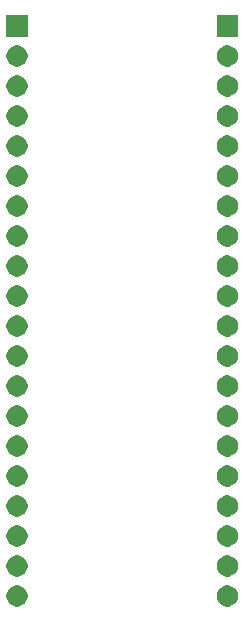
<source format=gbr>
G04 #@! TF.GenerationSoftware,KiCad,Pcbnew,(5.1.5-0-10_14)*
G04 #@! TF.CreationDate,2020-04-30T13:13:03+04:00*
G04 #@! TF.ProjectId,E73-2G4M04S1B-Breakout,4537332d-3247-4344-9d30-345331422d42,A1*
G04 #@! TF.SameCoordinates,Original*
G04 #@! TF.FileFunction,Soldermask,Bot*
G04 #@! TF.FilePolarity,Negative*
%FSLAX46Y46*%
G04 Gerber Fmt 4.6, Leading zero omitted, Abs format (unit mm)*
G04 Created by KiCad (PCBNEW (5.1.5-0-10_14)) date 2020-04-30 13:13:03*
%MOMM*%
%LPD*%
G04 APERTURE LIST*
%ADD10C,0.100000*%
G04 APERTURE END LIST*
D10*
G36*
X161613512Y-142063927D02*
G01*
X161762812Y-142093624D01*
X161926784Y-142161544D01*
X162074354Y-142260147D01*
X162199853Y-142385646D01*
X162298456Y-142533216D01*
X162366376Y-142697188D01*
X162401000Y-142871259D01*
X162401000Y-143048741D01*
X162366376Y-143222812D01*
X162298456Y-143386784D01*
X162199853Y-143534354D01*
X162074354Y-143659853D01*
X161926784Y-143758456D01*
X161762812Y-143826376D01*
X161613512Y-143856073D01*
X161588742Y-143861000D01*
X161411258Y-143861000D01*
X161386488Y-143856073D01*
X161237188Y-143826376D01*
X161073216Y-143758456D01*
X160925646Y-143659853D01*
X160800147Y-143534354D01*
X160701544Y-143386784D01*
X160633624Y-143222812D01*
X160599000Y-143048741D01*
X160599000Y-142871259D01*
X160633624Y-142697188D01*
X160701544Y-142533216D01*
X160800147Y-142385646D01*
X160925646Y-142260147D01*
X161073216Y-142161544D01*
X161237188Y-142093624D01*
X161386488Y-142063927D01*
X161411258Y-142059000D01*
X161588742Y-142059000D01*
X161613512Y-142063927D01*
G37*
G36*
X143813512Y-142063927D02*
G01*
X143962812Y-142093624D01*
X144126784Y-142161544D01*
X144274354Y-142260147D01*
X144399853Y-142385646D01*
X144498456Y-142533216D01*
X144566376Y-142697188D01*
X144601000Y-142871259D01*
X144601000Y-143048741D01*
X144566376Y-143222812D01*
X144498456Y-143386784D01*
X144399853Y-143534354D01*
X144274354Y-143659853D01*
X144126784Y-143758456D01*
X143962812Y-143826376D01*
X143813512Y-143856073D01*
X143788742Y-143861000D01*
X143611258Y-143861000D01*
X143586488Y-143856073D01*
X143437188Y-143826376D01*
X143273216Y-143758456D01*
X143125646Y-143659853D01*
X143000147Y-143534354D01*
X142901544Y-143386784D01*
X142833624Y-143222812D01*
X142799000Y-143048741D01*
X142799000Y-142871259D01*
X142833624Y-142697188D01*
X142901544Y-142533216D01*
X143000147Y-142385646D01*
X143125646Y-142260147D01*
X143273216Y-142161544D01*
X143437188Y-142093624D01*
X143586488Y-142063927D01*
X143611258Y-142059000D01*
X143788742Y-142059000D01*
X143813512Y-142063927D01*
G37*
G36*
X161613512Y-139523927D02*
G01*
X161762812Y-139553624D01*
X161926784Y-139621544D01*
X162074354Y-139720147D01*
X162199853Y-139845646D01*
X162298456Y-139993216D01*
X162366376Y-140157188D01*
X162401000Y-140331259D01*
X162401000Y-140508741D01*
X162366376Y-140682812D01*
X162298456Y-140846784D01*
X162199853Y-140994354D01*
X162074354Y-141119853D01*
X161926784Y-141218456D01*
X161762812Y-141286376D01*
X161613512Y-141316073D01*
X161588742Y-141321000D01*
X161411258Y-141321000D01*
X161386488Y-141316073D01*
X161237188Y-141286376D01*
X161073216Y-141218456D01*
X160925646Y-141119853D01*
X160800147Y-140994354D01*
X160701544Y-140846784D01*
X160633624Y-140682812D01*
X160599000Y-140508741D01*
X160599000Y-140331259D01*
X160633624Y-140157188D01*
X160701544Y-139993216D01*
X160800147Y-139845646D01*
X160925646Y-139720147D01*
X161073216Y-139621544D01*
X161237188Y-139553624D01*
X161386488Y-139523927D01*
X161411258Y-139519000D01*
X161588742Y-139519000D01*
X161613512Y-139523927D01*
G37*
G36*
X143813512Y-139523927D02*
G01*
X143962812Y-139553624D01*
X144126784Y-139621544D01*
X144274354Y-139720147D01*
X144399853Y-139845646D01*
X144498456Y-139993216D01*
X144566376Y-140157188D01*
X144601000Y-140331259D01*
X144601000Y-140508741D01*
X144566376Y-140682812D01*
X144498456Y-140846784D01*
X144399853Y-140994354D01*
X144274354Y-141119853D01*
X144126784Y-141218456D01*
X143962812Y-141286376D01*
X143813512Y-141316073D01*
X143788742Y-141321000D01*
X143611258Y-141321000D01*
X143586488Y-141316073D01*
X143437188Y-141286376D01*
X143273216Y-141218456D01*
X143125646Y-141119853D01*
X143000147Y-140994354D01*
X142901544Y-140846784D01*
X142833624Y-140682812D01*
X142799000Y-140508741D01*
X142799000Y-140331259D01*
X142833624Y-140157188D01*
X142901544Y-139993216D01*
X143000147Y-139845646D01*
X143125646Y-139720147D01*
X143273216Y-139621544D01*
X143437188Y-139553624D01*
X143586488Y-139523927D01*
X143611258Y-139519000D01*
X143788742Y-139519000D01*
X143813512Y-139523927D01*
G37*
G36*
X161613512Y-136983927D02*
G01*
X161762812Y-137013624D01*
X161926784Y-137081544D01*
X162074354Y-137180147D01*
X162199853Y-137305646D01*
X162298456Y-137453216D01*
X162366376Y-137617188D01*
X162401000Y-137791259D01*
X162401000Y-137968741D01*
X162366376Y-138142812D01*
X162298456Y-138306784D01*
X162199853Y-138454354D01*
X162074354Y-138579853D01*
X161926784Y-138678456D01*
X161762812Y-138746376D01*
X161613512Y-138776073D01*
X161588742Y-138781000D01*
X161411258Y-138781000D01*
X161386488Y-138776073D01*
X161237188Y-138746376D01*
X161073216Y-138678456D01*
X160925646Y-138579853D01*
X160800147Y-138454354D01*
X160701544Y-138306784D01*
X160633624Y-138142812D01*
X160599000Y-137968741D01*
X160599000Y-137791259D01*
X160633624Y-137617188D01*
X160701544Y-137453216D01*
X160800147Y-137305646D01*
X160925646Y-137180147D01*
X161073216Y-137081544D01*
X161237188Y-137013624D01*
X161386488Y-136983927D01*
X161411258Y-136979000D01*
X161588742Y-136979000D01*
X161613512Y-136983927D01*
G37*
G36*
X143813512Y-136983927D02*
G01*
X143962812Y-137013624D01*
X144126784Y-137081544D01*
X144274354Y-137180147D01*
X144399853Y-137305646D01*
X144498456Y-137453216D01*
X144566376Y-137617188D01*
X144601000Y-137791259D01*
X144601000Y-137968741D01*
X144566376Y-138142812D01*
X144498456Y-138306784D01*
X144399853Y-138454354D01*
X144274354Y-138579853D01*
X144126784Y-138678456D01*
X143962812Y-138746376D01*
X143813512Y-138776073D01*
X143788742Y-138781000D01*
X143611258Y-138781000D01*
X143586488Y-138776073D01*
X143437188Y-138746376D01*
X143273216Y-138678456D01*
X143125646Y-138579853D01*
X143000147Y-138454354D01*
X142901544Y-138306784D01*
X142833624Y-138142812D01*
X142799000Y-137968741D01*
X142799000Y-137791259D01*
X142833624Y-137617188D01*
X142901544Y-137453216D01*
X143000147Y-137305646D01*
X143125646Y-137180147D01*
X143273216Y-137081544D01*
X143437188Y-137013624D01*
X143586488Y-136983927D01*
X143611258Y-136979000D01*
X143788742Y-136979000D01*
X143813512Y-136983927D01*
G37*
G36*
X161613512Y-134443927D02*
G01*
X161762812Y-134473624D01*
X161926784Y-134541544D01*
X162074354Y-134640147D01*
X162199853Y-134765646D01*
X162298456Y-134913216D01*
X162366376Y-135077188D01*
X162401000Y-135251259D01*
X162401000Y-135428741D01*
X162366376Y-135602812D01*
X162298456Y-135766784D01*
X162199853Y-135914354D01*
X162074354Y-136039853D01*
X161926784Y-136138456D01*
X161762812Y-136206376D01*
X161613512Y-136236073D01*
X161588742Y-136241000D01*
X161411258Y-136241000D01*
X161386488Y-136236073D01*
X161237188Y-136206376D01*
X161073216Y-136138456D01*
X160925646Y-136039853D01*
X160800147Y-135914354D01*
X160701544Y-135766784D01*
X160633624Y-135602812D01*
X160599000Y-135428741D01*
X160599000Y-135251259D01*
X160633624Y-135077188D01*
X160701544Y-134913216D01*
X160800147Y-134765646D01*
X160925646Y-134640147D01*
X161073216Y-134541544D01*
X161237188Y-134473624D01*
X161386488Y-134443927D01*
X161411258Y-134439000D01*
X161588742Y-134439000D01*
X161613512Y-134443927D01*
G37*
G36*
X143813512Y-134443927D02*
G01*
X143962812Y-134473624D01*
X144126784Y-134541544D01*
X144274354Y-134640147D01*
X144399853Y-134765646D01*
X144498456Y-134913216D01*
X144566376Y-135077188D01*
X144601000Y-135251259D01*
X144601000Y-135428741D01*
X144566376Y-135602812D01*
X144498456Y-135766784D01*
X144399853Y-135914354D01*
X144274354Y-136039853D01*
X144126784Y-136138456D01*
X143962812Y-136206376D01*
X143813512Y-136236073D01*
X143788742Y-136241000D01*
X143611258Y-136241000D01*
X143586488Y-136236073D01*
X143437188Y-136206376D01*
X143273216Y-136138456D01*
X143125646Y-136039853D01*
X143000147Y-135914354D01*
X142901544Y-135766784D01*
X142833624Y-135602812D01*
X142799000Y-135428741D01*
X142799000Y-135251259D01*
X142833624Y-135077188D01*
X142901544Y-134913216D01*
X143000147Y-134765646D01*
X143125646Y-134640147D01*
X143273216Y-134541544D01*
X143437188Y-134473624D01*
X143586488Y-134443927D01*
X143611258Y-134439000D01*
X143788742Y-134439000D01*
X143813512Y-134443927D01*
G37*
G36*
X143813512Y-131903927D02*
G01*
X143962812Y-131933624D01*
X144126784Y-132001544D01*
X144274354Y-132100147D01*
X144399853Y-132225646D01*
X144498456Y-132373216D01*
X144566376Y-132537188D01*
X144601000Y-132711259D01*
X144601000Y-132888741D01*
X144566376Y-133062812D01*
X144498456Y-133226784D01*
X144399853Y-133374354D01*
X144274354Y-133499853D01*
X144126784Y-133598456D01*
X143962812Y-133666376D01*
X143813512Y-133696073D01*
X143788742Y-133701000D01*
X143611258Y-133701000D01*
X143586488Y-133696073D01*
X143437188Y-133666376D01*
X143273216Y-133598456D01*
X143125646Y-133499853D01*
X143000147Y-133374354D01*
X142901544Y-133226784D01*
X142833624Y-133062812D01*
X142799000Y-132888741D01*
X142799000Y-132711259D01*
X142833624Y-132537188D01*
X142901544Y-132373216D01*
X143000147Y-132225646D01*
X143125646Y-132100147D01*
X143273216Y-132001544D01*
X143437188Y-131933624D01*
X143586488Y-131903927D01*
X143611258Y-131899000D01*
X143788742Y-131899000D01*
X143813512Y-131903927D01*
G37*
G36*
X161613512Y-131903927D02*
G01*
X161762812Y-131933624D01*
X161926784Y-132001544D01*
X162074354Y-132100147D01*
X162199853Y-132225646D01*
X162298456Y-132373216D01*
X162366376Y-132537188D01*
X162401000Y-132711259D01*
X162401000Y-132888741D01*
X162366376Y-133062812D01*
X162298456Y-133226784D01*
X162199853Y-133374354D01*
X162074354Y-133499853D01*
X161926784Y-133598456D01*
X161762812Y-133666376D01*
X161613512Y-133696073D01*
X161588742Y-133701000D01*
X161411258Y-133701000D01*
X161386488Y-133696073D01*
X161237188Y-133666376D01*
X161073216Y-133598456D01*
X160925646Y-133499853D01*
X160800147Y-133374354D01*
X160701544Y-133226784D01*
X160633624Y-133062812D01*
X160599000Y-132888741D01*
X160599000Y-132711259D01*
X160633624Y-132537188D01*
X160701544Y-132373216D01*
X160800147Y-132225646D01*
X160925646Y-132100147D01*
X161073216Y-132001544D01*
X161237188Y-131933624D01*
X161386488Y-131903927D01*
X161411258Y-131899000D01*
X161588742Y-131899000D01*
X161613512Y-131903927D01*
G37*
G36*
X161613512Y-129363927D02*
G01*
X161762812Y-129393624D01*
X161926784Y-129461544D01*
X162074354Y-129560147D01*
X162199853Y-129685646D01*
X162298456Y-129833216D01*
X162366376Y-129997188D01*
X162401000Y-130171259D01*
X162401000Y-130348741D01*
X162366376Y-130522812D01*
X162298456Y-130686784D01*
X162199853Y-130834354D01*
X162074354Y-130959853D01*
X161926784Y-131058456D01*
X161762812Y-131126376D01*
X161613512Y-131156073D01*
X161588742Y-131161000D01*
X161411258Y-131161000D01*
X161386488Y-131156073D01*
X161237188Y-131126376D01*
X161073216Y-131058456D01*
X160925646Y-130959853D01*
X160800147Y-130834354D01*
X160701544Y-130686784D01*
X160633624Y-130522812D01*
X160599000Y-130348741D01*
X160599000Y-130171259D01*
X160633624Y-129997188D01*
X160701544Y-129833216D01*
X160800147Y-129685646D01*
X160925646Y-129560147D01*
X161073216Y-129461544D01*
X161237188Y-129393624D01*
X161386488Y-129363927D01*
X161411258Y-129359000D01*
X161588742Y-129359000D01*
X161613512Y-129363927D01*
G37*
G36*
X143813512Y-129363927D02*
G01*
X143962812Y-129393624D01*
X144126784Y-129461544D01*
X144274354Y-129560147D01*
X144399853Y-129685646D01*
X144498456Y-129833216D01*
X144566376Y-129997188D01*
X144601000Y-130171259D01*
X144601000Y-130348741D01*
X144566376Y-130522812D01*
X144498456Y-130686784D01*
X144399853Y-130834354D01*
X144274354Y-130959853D01*
X144126784Y-131058456D01*
X143962812Y-131126376D01*
X143813512Y-131156073D01*
X143788742Y-131161000D01*
X143611258Y-131161000D01*
X143586488Y-131156073D01*
X143437188Y-131126376D01*
X143273216Y-131058456D01*
X143125646Y-130959853D01*
X143000147Y-130834354D01*
X142901544Y-130686784D01*
X142833624Y-130522812D01*
X142799000Y-130348741D01*
X142799000Y-130171259D01*
X142833624Y-129997188D01*
X142901544Y-129833216D01*
X143000147Y-129685646D01*
X143125646Y-129560147D01*
X143273216Y-129461544D01*
X143437188Y-129393624D01*
X143586488Y-129363927D01*
X143611258Y-129359000D01*
X143788742Y-129359000D01*
X143813512Y-129363927D01*
G37*
G36*
X161613512Y-126823927D02*
G01*
X161762812Y-126853624D01*
X161926784Y-126921544D01*
X162074354Y-127020147D01*
X162199853Y-127145646D01*
X162298456Y-127293216D01*
X162366376Y-127457188D01*
X162401000Y-127631259D01*
X162401000Y-127808741D01*
X162366376Y-127982812D01*
X162298456Y-128146784D01*
X162199853Y-128294354D01*
X162074354Y-128419853D01*
X161926784Y-128518456D01*
X161762812Y-128586376D01*
X161613512Y-128616073D01*
X161588742Y-128621000D01*
X161411258Y-128621000D01*
X161386488Y-128616073D01*
X161237188Y-128586376D01*
X161073216Y-128518456D01*
X160925646Y-128419853D01*
X160800147Y-128294354D01*
X160701544Y-128146784D01*
X160633624Y-127982812D01*
X160599000Y-127808741D01*
X160599000Y-127631259D01*
X160633624Y-127457188D01*
X160701544Y-127293216D01*
X160800147Y-127145646D01*
X160925646Y-127020147D01*
X161073216Y-126921544D01*
X161237188Y-126853624D01*
X161386488Y-126823927D01*
X161411258Y-126819000D01*
X161588742Y-126819000D01*
X161613512Y-126823927D01*
G37*
G36*
X143813512Y-126823927D02*
G01*
X143962812Y-126853624D01*
X144126784Y-126921544D01*
X144274354Y-127020147D01*
X144399853Y-127145646D01*
X144498456Y-127293216D01*
X144566376Y-127457188D01*
X144601000Y-127631259D01*
X144601000Y-127808741D01*
X144566376Y-127982812D01*
X144498456Y-128146784D01*
X144399853Y-128294354D01*
X144274354Y-128419853D01*
X144126784Y-128518456D01*
X143962812Y-128586376D01*
X143813512Y-128616073D01*
X143788742Y-128621000D01*
X143611258Y-128621000D01*
X143586488Y-128616073D01*
X143437188Y-128586376D01*
X143273216Y-128518456D01*
X143125646Y-128419853D01*
X143000147Y-128294354D01*
X142901544Y-128146784D01*
X142833624Y-127982812D01*
X142799000Y-127808741D01*
X142799000Y-127631259D01*
X142833624Y-127457188D01*
X142901544Y-127293216D01*
X143000147Y-127145646D01*
X143125646Y-127020147D01*
X143273216Y-126921544D01*
X143437188Y-126853624D01*
X143586488Y-126823927D01*
X143611258Y-126819000D01*
X143788742Y-126819000D01*
X143813512Y-126823927D01*
G37*
G36*
X161613512Y-124283927D02*
G01*
X161762812Y-124313624D01*
X161926784Y-124381544D01*
X162074354Y-124480147D01*
X162199853Y-124605646D01*
X162298456Y-124753216D01*
X162366376Y-124917188D01*
X162401000Y-125091259D01*
X162401000Y-125268741D01*
X162366376Y-125442812D01*
X162298456Y-125606784D01*
X162199853Y-125754354D01*
X162074354Y-125879853D01*
X161926784Y-125978456D01*
X161762812Y-126046376D01*
X161613512Y-126076073D01*
X161588742Y-126081000D01*
X161411258Y-126081000D01*
X161386488Y-126076073D01*
X161237188Y-126046376D01*
X161073216Y-125978456D01*
X160925646Y-125879853D01*
X160800147Y-125754354D01*
X160701544Y-125606784D01*
X160633624Y-125442812D01*
X160599000Y-125268741D01*
X160599000Y-125091259D01*
X160633624Y-124917188D01*
X160701544Y-124753216D01*
X160800147Y-124605646D01*
X160925646Y-124480147D01*
X161073216Y-124381544D01*
X161237188Y-124313624D01*
X161386488Y-124283927D01*
X161411258Y-124279000D01*
X161588742Y-124279000D01*
X161613512Y-124283927D01*
G37*
G36*
X143813512Y-124283927D02*
G01*
X143962812Y-124313624D01*
X144126784Y-124381544D01*
X144274354Y-124480147D01*
X144399853Y-124605646D01*
X144498456Y-124753216D01*
X144566376Y-124917188D01*
X144601000Y-125091259D01*
X144601000Y-125268741D01*
X144566376Y-125442812D01*
X144498456Y-125606784D01*
X144399853Y-125754354D01*
X144274354Y-125879853D01*
X144126784Y-125978456D01*
X143962812Y-126046376D01*
X143813512Y-126076073D01*
X143788742Y-126081000D01*
X143611258Y-126081000D01*
X143586488Y-126076073D01*
X143437188Y-126046376D01*
X143273216Y-125978456D01*
X143125646Y-125879853D01*
X143000147Y-125754354D01*
X142901544Y-125606784D01*
X142833624Y-125442812D01*
X142799000Y-125268741D01*
X142799000Y-125091259D01*
X142833624Y-124917188D01*
X142901544Y-124753216D01*
X143000147Y-124605646D01*
X143125646Y-124480147D01*
X143273216Y-124381544D01*
X143437188Y-124313624D01*
X143586488Y-124283927D01*
X143611258Y-124279000D01*
X143788742Y-124279000D01*
X143813512Y-124283927D01*
G37*
G36*
X143813512Y-121743927D02*
G01*
X143962812Y-121773624D01*
X144126784Y-121841544D01*
X144274354Y-121940147D01*
X144399853Y-122065646D01*
X144498456Y-122213216D01*
X144566376Y-122377188D01*
X144601000Y-122551259D01*
X144601000Y-122728741D01*
X144566376Y-122902812D01*
X144498456Y-123066784D01*
X144399853Y-123214354D01*
X144274354Y-123339853D01*
X144126784Y-123438456D01*
X143962812Y-123506376D01*
X143813512Y-123536073D01*
X143788742Y-123541000D01*
X143611258Y-123541000D01*
X143586488Y-123536073D01*
X143437188Y-123506376D01*
X143273216Y-123438456D01*
X143125646Y-123339853D01*
X143000147Y-123214354D01*
X142901544Y-123066784D01*
X142833624Y-122902812D01*
X142799000Y-122728741D01*
X142799000Y-122551259D01*
X142833624Y-122377188D01*
X142901544Y-122213216D01*
X143000147Y-122065646D01*
X143125646Y-121940147D01*
X143273216Y-121841544D01*
X143437188Y-121773624D01*
X143586488Y-121743927D01*
X143611258Y-121739000D01*
X143788742Y-121739000D01*
X143813512Y-121743927D01*
G37*
G36*
X161613512Y-121743927D02*
G01*
X161762812Y-121773624D01*
X161926784Y-121841544D01*
X162074354Y-121940147D01*
X162199853Y-122065646D01*
X162298456Y-122213216D01*
X162366376Y-122377188D01*
X162401000Y-122551259D01*
X162401000Y-122728741D01*
X162366376Y-122902812D01*
X162298456Y-123066784D01*
X162199853Y-123214354D01*
X162074354Y-123339853D01*
X161926784Y-123438456D01*
X161762812Y-123506376D01*
X161613512Y-123536073D01*
X161588742Y-123541000D01*
X161411258Y-123541000D01*
X161386488Y-123536073D01*
X161237188Y-123506376D01*
X161073216Y-123438456D01*
X160925646Y-123339853D01*
X160800147Y-123214354D01*
X160701544Y-123066784D01*
X160633624Y-122902812D01*
X160599000Y-122728741D01*
X160599000Y-122551259D01*
X160633624Y-122377188D01*
X160701544Y-122213216D01*
X160800147Y-122065646D01*
X160925646Y-121940147D01*
X161073216Y-121841544D01*
X161237188Y-121773624D01*
X161386488Y-121743927D01*
X161411258Y-121739000D01*
X161588742Y-121739000D01*
X161613512Y-121743927D01*
G37*
G36*
X161613512Y-119203927D02*
G01*
X161762812Y-119233624D01*
X161926784Y-119301544D01*
X162074354Y-119400147D01*
X162199853Y-119525646D01*
X162298456Y-119673216D01*
X162366376Y-119837188D01*
X162401000Y-120011259D01*
X162401000Y-120188741D01*
X162366376Y-120362812D01*
X162298456Y-120526784D01*
X162199853Y-120674354D01*
X162074354Y-120799853D01*
X161926784Y-120898456D01*
X161762812Y-120966376D01*
X161613512Y-120996073D01*
X161588742Y-121001000D01*
X161411258Y-121001000D01*
X161386488Y-120996073D01*
X161237188Y-120966376D01*
X161073216Y-120898456D01*
X160925646Y-120799853D01*
X160800147Y-120674354D01*
X160701544Y-120526784D01*
X160633624Y-120362812D01*
X160599000Y-120188741D01*
X160599000Y-120011259D01*
X160633624Y-119837188D01*
X160701544Y-119673216D01*
X160800147Y-119525646D01*
X160925646Y-119400147D01*
X161073216Y-119301544D01*
X161237188Y-119233624D01*
X161386488Y-119203927D01*
X161411258Y-119199000D01*
X161588742Y-119199000D01*
X161613512Y-119203927D01*
G37*
G36*
X143813512Y-119203927D02*
G01*
X143962812Y-119233624D01*
X144126784Y-119301544D01*
X144274354Y-119400147D01*
X144399853Y-119525646D01*
X144498456Y-119673216D01*
X144566376Y-119837188D01*
X144601000Y-120011259D01*
X144601000Y-120188741D01*
X144566376Y-120362812D01*
X144498456Y-120526784D01*
X144399853Y-120674354D01*
X144274354Y-120799853D01*
X144126784Y-120898456D01*
X143962812Y-120966376D01*
X143813512Y-120996073D01*
X143788742Y-121001000D01*
X143611258Y-121001000D01*
X143586488Y-120996073D01*
X143437188Y-120966376D01*
X143273216Y-120898456D01*
X143125646Y-120799853D01*
X143000147Y-120674354D01*
X142901544Y-120526784D01*
X142833624Y-120362812D01*
X142799000Y-120188741D01*
X142799000Y-120011259D01*
X142833624Y-119837188D01*
X142901544Y-119673216D01*
X143000147Y-119525646D01*
X143125646Y-119400147D01*
X143273216Y-119301544D01*
X143437188Y-119233624D01*
X143586488Y-119203927D01*
X143611258Y-119199000D01*
X143788742Y-119199000D01*
X143813512Y-119203927D01*
G37*
G36*
X161613512Y-116663927D02*
G01*
X161762812Y-116693624D01*
X161926784Y-116761544D01*
X162074354Y-116860147D01*
X162199853Y-116985646D01*
X162298456Y-117133216D01*
X162366376Y-117297188D01*
X162401000Y-117471259D01*
X162401000Y-117648741D01*
X162366376Y-117822812D01*
X162298456Y-117986784D01*
X162199853Y-118134354D01*
X162074354Y-118259853D01*
X161926784Y-118358456D01*
X161762812Y-118426376D01*
X161613512Y-118456073D01*
X161588742Y-118461000D01*
X161411258Y-118461000D01*
X161386488Y-118456073D01*
X161237188Y-118426376D01*
X161073216Y-118358456D01*
X160925646Y-118259853D01*
X160800147Y-118134354D01*
X160701544Y-117986784D01*
X160633624Y-117822812D01*
X160599000Y-117648741D01*
X160599000Y-117471259D01*
X160633624Y-117297188D01*
X160701544Y-117133216D01*
X160800147Y-116985646D01*
X160925646Y-116860147D01*
X161073216Y-116761544D01*
X161237188Y-116693624D01*
X161386488Y-116663927D01*
X161411258Y-116659000D01*
X161588742Y-116659000D01*
X161613512Y-116663927D01*
G37*
G36*
X143813512Y-116663927D02*
G01*
X143962812Y-116693624D01*
X144126784Y-116761544D01*
X144274354Y-116860147D01*
X144399853Y-116985646D01*
X144498456Y-117133216D01*
X144566376Y-117297188D01*
X144601000Y-117471259D01*
X144601000Y-117648741D01*
X144566376Y-117822812D01*
X144498456Y-117986784D01*
X144399853Y-118134354D01*
X144274354Y-118259853D01*
X144126784Y-118358456D01*
X143962812Y-118426376D01*
X143813512Y-118456073D01*
X143788742Y-118461000D01*
X143611258Y-118461000D01*
X143586488Y-118456073D01*
X143437188Y-118426376D01*
X143273216Y-118358456D01*
X143125646Y-118259853D01*
X143000147Y-118134354D01*
X142901544Y-117986784D01*
X142833624Y-117822812D01*
X142799000Y-117648741D01*
X142799000Y-117471259D01*
X142833624Y-117297188D01*
X142901544Y-117133216D01*
X143000147Y-116985646D01*
X143125646Y-116860147D01*
X143273216Y-116761544D01*
X143437188Y-116693624D01*
X143586488Y-116663927D01*
X143611258Y-116659000D01*
X143788742Y-116659000D01*
X143813512Y-116663927D01*
G37*
G36*
X161613512Y-114123927D02*
G01*
X161762812Y-114153624D01*
X161926784Y-114221544D01*
X162074354Y-114320147D01*
X162199853Y-114445646D01*
X162298456Y-114593216D01*
X162366376Y-114757188D01*
X162401000Y-114931259D01*
X162401000Y-115108741D01*
X162366376Y-115282812D01*
X162298456Y-115446784D01*
X162199853Y-115594354D01*
X162074354Y-115719853D01*
X161926784Y-115818456D01*
X161762812Y-115886376D01*
X161613512Y-115916073D01*
X161588742Y-115921000D01*
X161411258Y-115921000D01*
X161386488Y-115916073D01*
X161237188Y-115886376D01*
X161073216Y-115818456D01*
X160925646Y-115719853D01*
X160800147Y-115594354D01*
X160701544Y-115446784D01*
X160633624Y-115282812D01*
X160599000Y-115108741D01*
X160599000Y-114931259D01*
X160633624Y-114757188D01*
X160701544Y-114593216D01*
X160800147Y-114445646D01*
X160925646Y-114320147D01*
X161073216Y-114221544D01*
X161237188Y-114153624D01*
X161386488Y-114123927D01*
X161411258Y-114119000D01*
X161588742Y-114119000D01*
X161613512Y-114123927D01*
G37*
G36*
X143813512Y-114123927D02*
G01*
X143962812Y-114153624D01*
X144126784Y-114221544D01*
X144274354Y-114320147D01*
X144399853Y-114445646D01*
X144498456Y-114593216D01*
X144566376Y-114757188D01*
X144601000Y-114931259D01*
X144601000Y-115108741D01*
X144566376Y-115282812D01*
X144498456Y-115446784D01*
X144399853Y-115594354D01*
X144274354Y-115719853D01*
X144126784Y-115818456D01*
X143962812Y-115886376D01*
X143813512Y-115916073D01*
X143788742Y-115921000D01*
X143611258Y-115921000D01*
X143586488Y-115916073D01*
X143437188Y-115886376D01*
X143273216Y-115818456D01*
X143125646Y-115719853D01*
X143000147Y-115594354D01*
X142901544Y-115446784D01*
X142833624Y-115282812D01*
X142799000Y-115108741D01*
X142799000Y-114931259D01*
X142833624Y-114757188D01*
X142901544Y-114593216D01*
X143000147Y-114445646D01*
X143125646Y-114320147D01*
X143273216Y-114221544D01*
X143437188Y-114153624D01*
X143586488Y-114123927D01*
X143611258Y-114119000D01*
X143788742Y-114119000D01*
X143813512Y-114123927D01*
G37*
G36*
X161613512Y-111583927D02*
G01*
X161762812Y-111613624D01*
X161926784Y-111681544D01*
X162074354Y-111780147D01*
X162199853Y-111905646D01*
X162298456Y-112053216D01*
X162366376Y-112217188D01*
X162401000Y-112391259D01*
X162401000Y-112568741D01*
X162366376Y-112742812D01*
X162298456Y-112906784D01*
X162199853Y-113054354D01*
X162074354Y-113179853D01*
X161926784Y-113278456D01*
X161762812Y-113346376D01*
X161613512Y-113376073D01*
X161588742Y-113381000D01*
X161411258Y-113381000D01*
X161386488Y-113376073D01*
X161237188Y-113346376D01*
X161073216Y-113278456D01*
X160925646Y-113179853D01*
X160800147Y-113054354D01*
X160701544Y-112906784D01*
X160633624Y-112742812D01*
X160599000Y-112568741D01*
X160599000Y-112391259D01*
X160633624Y-112217188D01*
X160701544Y-112053216D01*
X160800147Y-111905646D01*
X160925646Y-111780147D01*
X161073216Y-111681544D01*
X161237188Y-111613624D01*
X161386488Y-111583927D01*
X161411258Y-111579000D01*
X161588742Y-111579000D01*
X161613512Y-111583927D01*
G37*
G36*
X143813512Y-111583927D02*
G01*
X143962812Y-111613624D01*
X144126784Y-111681544D01*
X144274354Y-111780147D01*
X144399853Y-111905646D01*
X144498456Y-112053216D01*
X144566376Y-112217188D01*
X144601000Y-112391259D01*
X144601000Y-112568741D01*
X144566376Y-112742812D01*
X144498456Y-112906784D01*
X144399853Y-113054354D01*
X144274354Y-113179853D01*
X144126784Y-113278456D01*
X143962812Y-113346376D01*
X143813512Y-113376073D01*
X143788742Y-113381000D01*
X143611258Y-113381000D01*
X143586488Y-113376073D01*
X143437188Y-113346376D01*
X143273216Y-113278456D01*
X143125646Y-113179853D01*
X143000147Y-113054354D01*
X142901544Y-112906784D01*
X142833624Y-112742812D01*
X142799000Y-112568741D01*
X142799000Y-112391259D01*
X142833624Y-112217188D01*
X142901544Y-112053216D01*
X143000147Y-111905646D01*
X143125646Y-111780147D01*
X143273216Y-111681544D01*
X143437188Y-111613624D01*
X143586488Y-111583927D01*
X143611258Y-111579000D01*
X143788742Y-111579000D01*
X143813512Y-111583927D01*
G37*
G36*
X161613512Y-109043927D02*
G01*
X161762812Y-109073624D01*
X161926784Y-109141544D01*
X162074354Y-109240147D01*
X162199853Y-109365646D01*
X162298456Y-109513216D01*
X162366376Y-109677188D01*
X162401000Y-109851259D01*
X162401000Y-110028741D01*
X162366376Y-110202812D01*
X162298456Y-110366784D01*
X162199853Y-110514354D01*
X162074354Y-110639853D01*
X161926784Y-110738456D01*
X161762812Y-110806376D01*
X161613512Y-110836073D01*
X161588742Y-110841000D01*
X161411258Y-110841000D01*
X161386488Y-110836073D01*
X161237188Y-110806376D01*
X161073216Y-110738456D01*
X160925646Y-110639853D01*
X160800147Y-110514354D01*
X160701544Y-110366784D01*
X160633624Y-110202812D01*
X160599000Y-110028741D01*
X160599000Y-109851259D01*
X160633624Y-109677188D01*
X160701544Y-109513216D01*
X160800147Y-109365646D01*
X160925646Y-109240147D01*
X161073216Y-109141544D01*
X161237188Y-109073624D01*
X161386488Y-109043927D01*
X161411258Y-109039000D01*
X161588742Y-109039000D01*
X161613512Y-109043927D01*
G37*
G36*
X143813512Y-109043927D02*
G01*
X143962812Y-109073624D01*
X144126784Y-109141544D01*
X144274354Y-109240147D01*
X144399853Y-109365646D01*
X144498456Y-109513216D01*
X144566376Y-109677188D01*
X144601000Y-109851259D01*
X144601000Y-110028741D01*
X144566376Y-110202812D01*
X144498456Y-110366784D01*
X144399853Y-110514354D01*
X144274354Y-110639853D01*
X144126784Y-110738456D01*
X143962812Y-110806376D01*
X143813512Y-110836073D01*
X143788742Y-110841000D01*
X143611258Y-110841000D01*
X143586488Y-110836073D01*
X143437188Y-110806376D01*
X143273216Y-110738456D01*
X143125646Y-110639853D01*
X143000147Y-110514354D01*
X142901544Y-110366784D01*
X142833624Y-110202812D01*
X142799000Y-110028741D01*
X142799000Y-109851259D01*
X142833624Y-109677188D01*
X142901544Y-109513216D01*
X143000147Y-109365646D01*
X143125646Y-109240147D01*
X143273216Y-109141544D01*
X143437188Y-109073624D01*
X143586488Y-109043927D01*
X143611258Y-109039000D01*
X143788742Y-109039000D01*
X143813512Y-109043927D01*
G37*
G36*
X143813512Y-106503927D02*
G01*
X143962812Y-106533624D01*
X144126784Y-106601544D01*
X144274354Y-106700147D01*
X144399853Y-106825646D01*
X144498456Y-106973216D01*
X144566376Y-107137188D01*
X144601000Y-107311259D01*
X144601000Y-107488741D01*
X144566376Y-107662812D01*
X144498456Y-107826784D01*
X144399853Y-107974354D01*
X144274354Y-108099853D01*
X144126784Y-108198456D01*
X143962812Y-108266376D01*
X143813512Y-108296073D01*
X143788742Y-108301000D01*
X143611258Y-108301000D01*
X143586488Y-108296073D01*
X143437188Y-108266376D01*
X143273216Y-108198456D01*
X143125646Y-108099853D01*
X143000147Y-107974354D01*
X142901544Y-107826784D01*
X142833624Y-107662812D01*
X142799000Y-107488741D01*
X142799000Y-107311259D01*
X142833624Y-107137188D01*
X142901544Y-106973216D01*
X143000147Y-106825646D01*
X143125646Y-106700147D01*
X143273216Y-106601544D01*
X143437188Y-106533624D01*
X143586488Y-106503927D01*
X143611258Y-106499000D01*
X143788742Y-106499000D01*
X143813512Y-106503927D01*
G37*
G36*
X161613512Y-106503927D02*
G01*
X161762812Y-106533624D01*
X161926784Y-106601544D01*
X162074354Y-106700147D01*
X162199853Y-106825646D01*
X162298456Y-106973216D01*
X162366376Y-107137188D01*
X162401000Y-107311259D01*
X162401000Y-107488741D01*
X162366376Y-107662812D01*
X162298456Y-107826784D01*
X162199853Y-107974354D01*
X162074354Y-108099853D01*
X161926784Y-108198456D01*
X161762812Y-108266376D01*
X161613512Y-108296073D01*
X161588742Y-108301000D01*
X161411258Y-108301000D01*
X161386488Y-108296073D01*
X161237188Y-108266376D01*
X161073216Y-108198456D01*
X160925646Y-108099853D01*
X160800147Y-107974354D01*
X160701544Y-107826784D01*
X160633624Y-107662812D01*
X160599000Y-107488741D01*
X160599000Y-107311259D01*
X160633624Y-107137188D01*
X160701544Y-106973216D01*
X160800147Y-106825646D01*
X160925646Y-106700147D01*
X161073216Y-106601544D01*
X161237188Y-106533624D01*
X161386488Y-106503927D01*
X161411258Y-106499000D01*
X161588742Y-106499000D01*
X161613512Y-106503927D01*
G37*
G36*
X143813512Y-103963927D02*
G01*
X143962812Y-103993624D01*
X144126784Y-104061544D01*
X144274354Y-104160147D01*
X144399853Y-104285646D01*
X144498456Y-104433216D01*
X144566376Y-104597188D01*
X144601000Y-104771259D01*
X144601000Y-104948741D01*
X144566376Y-105122812D01*
X144498456Y-105286784D01*
X144399853Y-105434354D01*
X144274354Y-105559853D01*
X144126784Y-105658456D01*
X143962812Y-105726376D01*
X143813512Y-105756073D01*
X143788742Y-105761000D01*
X143611258Y-105761000D01*
X143586488Y-105756073D01*
X143437188Y-105726376D01*
X143273216Y-105658456D01*
X143125646Y-105559853D01*
X143000147Y-105434354D01*
X142901544Y-105286784D01*
X142833624Y-105122812D01*
X142799000Y-104948741D01*
X142799000Y-104771259D01*
X142833624Y-104597188D01*
X142901544Y-104433216D01*
X143000147Y-104285646D01*
X143125646Y-104160147D01*
X143273216Y-104061544D01*
X143437188Y-103993624D01*
X143586488Y-103963927D01*
X143611258Y-103959000D01*
X143788742Y-103959000D01*
X143813512Y-103963927D01*
G37*
G36*
X161613512Y-103963927D02*
G01*
X161762812Y-103993624D01*
X161926784Y-104061544D01*
X162074354Y-104160147D01*
X162199853Y-104285646D01*
X162298456Y-104433216D01*
X162366376Y-104597188D01*
X162401000Y-104771259D01*
X162401000Y-104948741D01*
X162366376Y-105122812D01*
X162298456Y-105286784D01*
X162199853Y-105434354D01*
X162074354Y-105559853D01*
X161926784Y-105658456D01*
X161762812Y-105726376D01*
X161613512Y-105756073D01*
X161588742Y-105761000D01*
X161411258Y-105761000D01*
X161386488Y-105756073D01*
X161237188Y-105726376D01*
X161073216Y-105658456D01*
X160925646Y-105559853D01*
X160800147Y-105434354D01*
X160701544Y-105286784D01*
X160633624Y-105122812D01*
X160599000Y-104948741D01*
X160599000Y-104771259D01*
X160633624Y-104597188D01*
X160701544Y-104433216D01*
X160800147Y-104285646D01*
X160925646Y-104160147D01*
X161073216Y-104061544D01*
X161237188Y-103993624D01*
X161386488Y-103963927D01*
X161411258Y-103959000D01*
X161588742Y-103959000D01*
X161613512Y-103963927D01*
G37*
G36*
X161613512Y-101423927D02*
G01*
X161762812Y-101453624D01*
X161926784Y-101521544D01*
X162074354Y-101620147D01*
X162199853Y-101745646D01*
X162298456Y-101893216D01*
X162366376Y-102057188D01*
X162401000Y-102231259D01*
X162401000Y-102408741D01*
X162366376Y-102582812D01*
X162298456Y-102746784D01*
X162199853Y-102894354D01*
X162074354Y-103019853D01*
X161926784Y-103118456D01*
X161762812Y-103186376D01*
X161613512Y-103216073D01*
X161588742Y-103221000D01*
X161411258Y-103221000D01*
X161386488Y-103216073D01*
X161237188Y-103186376D01*
X161073216Y-103118456D01*
X160925646Y-103019853D01*
X160800147Y-102894354D01*
X160701544Y-102746784D01*
X160633624Y-102582812D01*
X160599000Y-102408741D01*
X160599000Y-102231259D01*
X160633624Y-102057188D01*
X160701544Y-101893216D01*
X160800147Y-101745646D01*
X160925646Y-101620147D01*
X161073216Y-101521544D01*
X161237188Y-101453624D01*
X161386488Y-101423927D01*
X161411258Y-101419000D01*
X161588742Y-101419000D01*
X161613512Y-101423927D01*
G37*
G36*
X143813512Y-101423927D02*
G01*
X143962812Y-101453624D01*
X144126784Y-101521544D01*
X144274354Y-101620147D01*
X144399853Y-101745646D01*
X144498456Y-101893216D01*
X144566376Y-102057188D01*
X144601000Y-102231259D01*
X144601000Y-102408741D01*
X144566376Y-102582812D01*
X144498456Y-102746784D01*
X144399853Y-102894354D01*
X144274354Y-103019853D01*
X144126784Y-103118456D01*
X143962812Y-103186376D01*
X143813512Y-103216073D01*
X143788742Y-103221000D01*
X143611258Y-103221000D01*
X143586488Y-103216073D01*
X143437188Y-103186376D01*
X143273216Y-103118456D01*
X143125646Y-103019853D01*
X143000147Y-102894354D01*
X142901544Y-102746784D01*
X142833624Y-102582812D01*
X142799000Y-102408741D01*
X142799000Y-102231259D01*
X142833624Y-102057188D01*
X142901544Y-101893216D01*
X143000147Y-101745646D01*
X143125646Y-101620147D01*
X143273216Y-101521544D01*
X143437188Y-101453624D01*
X143586488Y-101423927D01*
X143611258Y-101419000D01*
X143788742Y-101419000D01*
X143813512Y-101423927D01*
G37*
G36*
X161613512Y-98883927D02*
G01*
X161762812Y-98913624D01*
X161926784Y-98981544D01*
X162074354Y-99080147D01*
X162199853Y-99205646D01*
X162298456Y-99353216D01*
X162366376Y-99517188D01*
X162401000Y-99691259D01*
X162401000Y-99868741D01*
X162366376Y-100042812D01*
X162298456Y-100206784D01*
X162199853Y-100354354D01*
X162074354Y-100479853D01*
X161926784Y-100578456D01*
X161762812Y-100646376D01*
X161613512Y-100676073D01*
X161588742Y-100681000D01*
X161411258Y-100681000D01*
X161386488Y-100676073D01*
X161237188Y-100646376D01*
X161073216Y-100578456D01*
X160925646Y-100479853D01*
X160800147Y-100354354D01*
X160701544Y-100206784D01*
X160633624Y-100042812D01*
X160599000Y-99868741D01*
X160599000Y-99691259D01*
X160633624Y-99517188D01*
X160701544Y-99353216D01*
X160800147Y-99205646D01*
X160925646Y-99080147D01*
X161073216Y-98981544D01*
X161237188Y-98913624D01*
X161386488Y-98883927D01*
X161411258Y-98879000D01*
X161588742Y-98879000D01*
X161613512Y-98883927D01*
G37*
G36*
X143813512Y-98883927D02*
G01*
X143962812Y-98913624D01*
X144126784Y-98981544D01*
X144274354Y-99080147D01*
X144399853Y-99205646D01*
X144498456Y-99353216D01*
X144566376Y-99517188D01*
X144601000Y-99691259D01*
X144601000Y-99868741D01*
X144566376Y-100042812D01*
X144498456Y-100206784D01*
X144399853Y-100354354D01*
X144274354Y-100479853D01*
X144126784Y-100578456D01*
X143962812Y-100646376D01*
X143813512Y-100676073D01*
X143788742Y-100681000D01*
X143611258Y-100681000D01*
X143586488Y-100676073D01*
X143437188Y-100646376D01*
X143273216Y-100578456D01*
X143125646Y-100479853D01*
X143000147Y-100354354D01*
X142901544Y-100206784D01*
X142833624Y-100042812D01*
X142799000Y-99868741D01*
X142799000Y-99691259D01*
X142833624Y-99517188D01*
X142901544Y-99353216D01*
X143000147Y-99205646D01*
X143125646Y-99080147D01*
X143273216Y-98981544D01*
X143437188Y-98913624D01*
X143586488Y-98883927D01*
X143611258Y-98879000D01*
X143788742Y-98879000D01*
X143813512Y-98883927D01*
G37*
G36*
X161613512Y-96343927D02*
G01*
X161762812Y-96373624D01*
X161926784Y-96441544D01*
X162074354Y-96540147D01*
X162199853Y-96665646D01*
X162298456Y-96813216D01*
X162366376Y-96977188D01*
X162401000Y-97151259D01*
X162401000Y-97328741D01*
X162366376Y-97502812D01*
X162298456Y-97666784D01*
X162199853Y-97814354D01*
X162074354Y-97939853D01*
X161926784Y-98038456D01*
X161762812Y-98106376D01*
X161613512Y-98136073D01*
X161588742Y-98141000D01*
X161411258Y-98141000D01*
X161386488Y-98136073D01*
X161237188Y-98106376D01*
X161073216Y-98038456D01*
X160925646Y-97939853D01*
X160800147Y-97814354D01*
X160701544Y-97666784D01*
X160633624Y-97502812D01*
X160599000Y-97328741D01*
X160599000Y-97151259D01*
X160633624Y-96977188D01*
X160701544Y-96813216D01*
X160800147Y-96665646D01*
X160925646Y-96540147D01*
X161073216Y-96441544D01*
X161237188Y-96373624D01*
X161386488Y-96343927D01*
X161411258Y-96339000D01*
X161588742Y-96339000D01*
X161613512Y-96343927D01*
G37*
G36*
X143813512Y-96343927D02*
G01*
X143962812Y-96373624D01*
X144126784Y-96441544D01*
X144274354Y-96540147D01*
X144399853Y-96665646D01*
X144498456Y-96813216D01*
X144566376Y-96977188D01*
X144601000Y-97151259D01*
X144601000Y-97328741D01*
X144566376Y-97502812D01*
X144498456Y-97666784D01*
X144399853Y-97814354D01*
X144274354Y-97939853D01*
X144126784Y-98038456D01*
X143962812Y-98106376D01*
X143813512Y-98136073D01*
X143788742Y-98141000D01*
X143611258Y-98141000D01*
X143586488Y-98136073D01*
X143437188Y-98106376D01*
X143273216Y-98038456D01*
X143125646Y-97939853D01*
X143000147Y-97814354D01*
X142901544Y-97666784D01*
X142833624Y-97502812D01*
X142799000Y-97328741D01*
X142799000Y-97151259D01*
X142833624Y-96977188D01*
X142901544Y-96813216D01*
X143000147Y-96665646D01*
X143125646Y-96540147D01*
X143273216Y-96441544D01*
X143437188Y-96373624D01*
X143586488Y-96343927D01*
X143611258Y-96339000D01*
X143788742Y-96339000D01*
X143813512Y-96343927D01*
G37*
G36*
X162401000Y-95601000D02*
G01*
X160599000Y-95601000D01*
X160599000Y-93799000D01*
X162401000Y-93799000D01*
X162401000Y-95601000D01*
G37*
G36*
X144601000Y-95601000D02*
G01*
X142799000Y-95601000D01*
X142799000Y-93799000D01*
X144601000Y-93799000D01*
X144601000Y-95601000D01*
G37*
M02*

</source>
